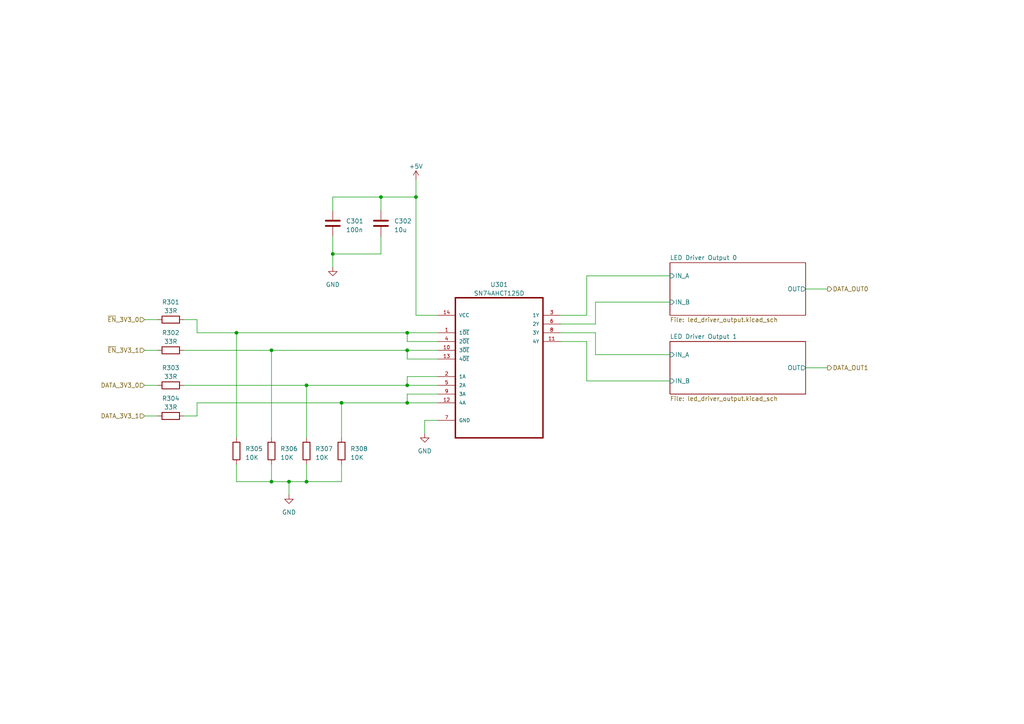
<source format=kicad_sch>
(kicad_sch (version 20230121) (generator eeschema)
  (paper "A4")
  (title_block (title "WS2812 Simple Controller") (date "2023-03-09") (company "Stefan Misik") (comment 1 "LED Data Driver"))
  (lib_symbols
    (symbol "Device:C" (pin_numbers hide) (pin_names (offset 0.254))
      (property "Reference" "C" (at 0.635 2.54 0))
      (property "Value" "C" (at 0.635 -2.54 0))
      (symbol "C_0_1"
        (polyline (pts (xy -2.032 -0.762) (xy 2.032 -0.762)) (stroke (width 0.508)))
        (polyline (pts (xy -2.032 0.762) (xy 2.032 0.762)) (stroke (width 0.508)))
      )
      (symbol "C_1_1"
        (pin passive line (at 0 3.81 270) (length 2.794) (name "~") (number "1"))
        (pin passive line (at 0 -3.81 90) (length 2.794) (name "~") (number "2"))
      )
    )
    (symbol "Device:R" (pin_numbers hide) (pin_names (offset 0))
      (property "Reference" "R" (at 2.032 0 90))
      (property "Value" "R" (at 0 0 90))
      (symbol "R_0_1"
        (rectangle (start -1.016 -2.54) (end 1.016 2.54) (stroke (width 0.254)))
      )
      (symbol "R_1_1"
        (pin passive line (at 0 3.81 270) (length 1.27) (name "~") (number "1"))
        (pin passive line (at 0 -3.81 90) (length 1.27) (name "~") (number "2"))
      )
    )
    (symbol "power:+5V" (power) (pin_names (offset 0))
      (property "Value" "+5V" (at 0 3.556 0))
      (symbol "+5V_0_1"
        (polyline (pts (xy -0.762 1.27) (xy 0 2.54)))
        (polyline (pts (xy 0 0) (xy 0 2.54)))
        (polyline (pts (xy 0 2.54) (xy 0.762 1.27)))
      )
      (symbol "+5V_1_1"
        (pin power_in line (at 0 0 90) (length 0) hide (name "+5V") (number "1"))
      )
    )
    (symbol "power:GND" (power) (pin_names (offset 0))
      (property "Value" "GND" (at 0 -3.81 0))
      (symbol "GND_0_1"
        (polyline (pts (xy 0 0) (xy 0 -1.27) (xy 1.27 -1.27) (xy 0 -2.54) (xy -1.27 -1.27) (xy 0 -1.27)))
      )
      (symbol "GND_1_1"
        (pin power_in line (at 0 0 270) (length 0) hide (name "GND") (number "1"))
      )
    )
    (symbol "sn74ahct125d:SN74AHCT125D" (pin_names (offset 1.016))
      (property "Reference" "U" (at -5.3594 21.844 0))
      (property "Value" "SN74AHCT125D" (at -3.937 -28.7782 0))
      (symbol "SN74AHCT125D_0_0"
        (polyline (pts (xy -12.7 -22.86) (xy 12.7 -22.86)) (stroke (width 0.4064)))
        (polyline (pts (xy -12.7 17.78) (xy -12.7 -22.86)) (stroke (width 0.4064)))
        (polyline (pts (xy 12.7 -22.86) (xy 12.7 17.78)) (stroke (width 0.4064)))
        (polyline (pts (xy 12.7 17.78) (xy -12.7 17.78)) (stroke (width 0.4064)))
        (pin input line (at -17.78 7.62 0) (length 5.08) (name "1~{OE}") (number "1"))
        (pin input line (at -17.78 2.54 0) (length 5.08) (name "3~{OE}") (number "10"))
        (pin output line (at 17.78 5.08 180) (length 5.08) (name "4Y") (number "11"))
        (pin input line (at -17.78 -12.7 0) (length 5.08) (name "4A") (number "12"))
        (pin input line (at -17.78 0 0) (length 5.08) (name "4~{OE}") (number "13"))
        (pin power_in line (at -17.78 12.7 0) (length 5.08) (name "VCC") (number "14"))
        (pin input line (at -17.78 -5.08 0) (length 5.08) (name "1A") (number "2"))
        (pin output line (at 17.78 12.7 180) (length 5.08) (name "1Y") (number "3"))
        (pin input line (at -17.78 5.08 0) (length 5.08) (name "2~{OE}") (number "4"))
        (pin input line (at -17.78 -7.62 0) (length 5.08) (name "2A") (number "5"))
        (pin output line (at 17.78 10.16 180) (length 5.08) (name "2Y") (number "6"))
        (pin passive line (at -17.78 -17.78 0) (length 5.08) (name "GND") (number "7"))
        (pin output line (at 17.78 7.62 180) (length 5.08) (name "3Y") (number "8"))
        (pin input line (at -17.78 -10.16 0) (length 5.08) (name "3A") (number "9"))
      )
    )
  )
  (junction (at 88.9 139.7))
  (junction (at 118.11 96.52))
  (junction (at 118.11 116.84))
  (junction (at 83.82 139.7))
  (junction (at 118.11 101.6))
  (junction (at 118.11 111.76))
  (junction (at 96.52 73.66))
  (junction (at 88.9 111.76))
  (junction (at 78.74 139.7))
  (junction (at 78.74 101.6))
  (junction (at 120.65 57.15))
  (junction (at 99.06 116.84))
  (junction (at 110.49 57.15))
  (junction (at 68.58 96.52))
  (wire (pts (xy 118.11 96.52) (xy 127 96.52)))
  (wire (pts (xy 99.06 116.84) (xy 57.15 116.84)))
  (wire (pts (xy 53.34 101.6) (xy 78.74 101.6)))
  (wire (pts (xy 96.52 73.66) (xy 96.52 77.47)))
  (wire (pts (xy 88.9 111.76) (xy 88.9 127)))
  (wire (pts (xy 78.74 101.6) (xy 118.11 101.6)))
  (wire (pts (xy 127 116.84) (xy 118.11 116.84)))
  (wire (pts (xy 41.91 101.6) (xy 45.72 101.6)))
  (wire (pts (xy 162.56 91.44) (xy 170.18 91.44)))
  (wire (pts (xy 120.65 91.44) (xy 120.65 57.15)))
  (wire (pts (xy 78.74 139.7) (xy 68.58 139.7)))
  (wire (pts (xy 233.68 83.82) (xy 240.03 83.82)))
  (wire (pts (xy 110.49 57.15) (xy 110.49 60.96)))
  (wire (pts (xy 127 104.14) (xy 118.11 104.14)))
  (wire (pts (xy 41.91 92.71) (xy 45.72 92.71)))
  (wire (pts (xy 53.34 111.76) (xy 88.9 111.76)))
  (wire (pts (xy 68.58 96.52) (xy 68.58 127)))
  (wire (pts (xy 78.74 134.62) (xy 78.74 139.7)))
  (wire (pts (xy 83.82 143.51) (xy 83.82 139.7)))
  (wire (pts (xy 120.65 52.07) (xy 120.65 57.15)))
  (wire (pts (xy 118.11 99.06) (xy 118.11 96.52)))
  (wire (pts (xy 96.52 68.58) (xy 96.52 73.66)))
  (wire (pts (xy 99.06 139.7) (xy 99.06 134.62)))
  (wire (pts (xy 57.15 116.84) (xy 57.15 120.65)))
  (wire (pts (xy 127 111.76) (xy 118.11 111.76)))
  (wire (pts (xy 162.56 93.98) (xy 172.72 93.98)))
  (wire (pts (xy 118.11 104.14) (xy 118.11 101.6)))
  (wire (pts (xy 57.15 96.52) (xy 57.15 92.71)))
  (wire (pts (xy 118.11 114.3) (xy 127 114.3)))
  (wire (pts (xy 170.18 110.49) (xy 194.31 110.49)))
  (wire (pts (xy 118.11 116.84) (xy 99.06 116.84)))
  (wire (pts (xy 123.19 121.92) (xy 127 121.92)))
  (wire (pts (xy 172.72 96.52) (xy 172.72 102.87)))
  (wire (pts (xy 162.56 99.06) (xy 170.18 99.06)))
  (wire (pts (xy 41.91 111.76) (xy 45.72 111.76)))
  (wire (pts (xy 172.72 93.98) (xy 172.72 87.63)))
  (wire (pts (xy 118.11 101.6) (xy 127 101.6)))
  (wire (pts (xy 162.56 96.52) (xy 172.72 96.52)))
  (wire (pts (xy 99.06 116.84) (xy 99.06 127)))
  (wire (pts (xy 110.49 57.15) (xy 96.52 57.15)))
  (wire (pts (xy 118.11 96.52) (xy 68.58 96.52)))
  (wire (pts (xy 127 99.06) (xy 118.11 99.06)))
  (wire (pts (xy 120.65 57.15) (xy 110.49 57.15)))
  (wire (pts (xy 96.52 73.66) (xy 110.49 73.66)))
  (wire (pts (xy 68.58 139.7) (xy 68.58 134.62)))
  (wire (pts (xy 57.15 92.71) (xy 53.34 92.71)))
  (wire (pts (xy 88.9 139.7) (xy 99.06 139.7)))
  (wire (pts (xy 78.74 101.6) (xy 78.74 127)))
  (wire (pts (xy 170.18 91.44) (xy 170.18 80.01)))
  (wire (pts (xy 170.18 99.06) (xy 170.18 110.49)))
  (wire (pts (xy 110.49 73.66) (xy 110.49 68.58)))
  (wire (pts (xy 83.82 139.7) (xy 88.9 139.7)))
  (wire (pts (xy 233.68 106.68) (xy 240.03 106.68)))
  (wire (pts (xy 88.9 111.76) (xy 118.11 111.76)))
  (wire (pts (xy 83.82 139.7) (xy 78.74 139.7)))
  (wire (pts (xy 172.72 102.87) (xy 194.31 102.87)))
  (wire (pts (xy 57.15 120.65) (xy 53.34 120.65)))
  (wire (pts (xy 96.52 57.15) (xy 96.52 60.96)))
  (wire (pts (xy 172.72 87.63) (xy 194.31 87.63)))
  (wire (pts (xy 118.11 109.22) (xy 127 109.22)))
  (wire (pts (xy 170.18 80.01) (xy 194.31 80.01)))
  (wire (pts (xy 127 91.44) (xy 120.65 91.44)))
  (wire (pts (xy 68.58 96.52) (xy 57.15 96.52)))
  (wire (pts (xy 118.11 111.76) (xy 118.11 109.22)))
  (wire (pts (xy 123.19 125.73) (xy 123.19 121.92)))
  (wire (pts (xy 41.91 120.65) (xy 45.72 120.65)))
  (wire (pts (xy 88.9 134.62) (xy 88.9 139.7)))
  (wire (pts (xy 118.11 116.84) (xy 118.11 114.3)))
  (hierarchical_label "~{EN}_3V3_0" (shape input) (at 41.91 92.71 180))
  (hierarchical_label "DATA_3V3_0" (shape input) (at 41.91 111.76 180))
  (hierarchical_label "DATA_OUT0" (shape output) (at 240.03 83.82 0))
  (hierarchical_label "DATA_OUT1" (shape output) (at 240.03 106.68 0))
  (hierarchical_label "DATA_3V3_1" (shape input) (at 41.91 120.65 180))
  (hierarchical_label "~{EN}_3V3_1" (shape input) (at 41.91 101.6 180))
  (symbol (lib_id "Device:C") (at 110.49 64.77 0) (unit 1)
    (property "Reference" "C302" (at 114.3 64.135 0) (effects (justify left)))
    (property "Value" "10u" (at 114.3 66.675 0) (effects (justify left)))
    (property "Footprint" "Capacitor_SMD:C_1206_3216Metric_Pad1.33x1.80mm_HandSolder" (effects hide))
  )
  (symbol (lib_id "Device:R") (at 68.58 130.81 0) (unit 1)
    (property "Reference" "R305" (at 71.12 130.175 0) (effects (justify left)))
    (property "Value" "10K" (at 71.12 132.715 0) (effects (justify left)))
    (property "Footprint" "Resistor_SMD:R_0805_2012Metric_Pad1.20x1.40mm_HandSolder" (effects hide))
  )
  (symbol (lib_id "Device:R") (at 49.53 101.6 90) (unit 1)
    (property "Reference" "R302" (at 49.53 96.52 90))
    (property "Value" "33R" (at 49.53 99.06 90))
    (property "Footprint" "Resistor_SMD:R_0805_2012Metric_Pad1.20x1.40mm_HandSolder" (effects hide))
  )
  (symbol (lib_id "Device:R") (at 49.53 92.71 90) (unit 1)
    (property "Reference" "R301" (at 49.53 87.63 90))
    (property "Value" "33R" (at 49.53 90.17 90))
    (property "Footprint" "Resistor_SMD:R_0805_2012Metric_Pad1.20x1.40mm_HandSolder" (effects hide))
  )
  (symbol (lib_id "Device:R") (at 99.06 130.81 0) (unit 1)
    (property "Reference" "R308" (at 101.6 130.175 0) (effects (justify left)))
    (property "Value" "10K" (at 101.6 132.715 0) (effects (justify left)))
    (property "Footprint" "Resistor_SMD:R_0805_2012Metric_Pad1.20x1.40mm_HandSolder" (effects hide))
  )
  (symbol (lib_id "Device:C") (at 96.52 64.77 0) (unit 1)
    (property "Reference" "C301" (at 100.33 64.135 0) (effects (justify left)))
    (property "Value" "100n" (at 100.33 66.675 0) (effects (justify left)))
    (property "Footprint" "Capacitor_SMD:C_0805_2012Metric_Pad1.18x1.45mm_HandSolder" (effects hide))
  )
  (symbol (lib_id "sn74ahct125d:SN74AHCT125D") (at 144.78 104.14 0) (unit 1)
    (property "Reference" "U301" (at 144.78 82.55 0))
    (property "Value" "SN74AHCT125D" (at 144.78 85.09 0))
    (property "Footprint" "Package_SO:SOIC-14_3.9x8.7mm_P1.27mm" (effects hide))
    (property "Datasheet" "SOIC-14 Texas Instruments" (effects hide))
    (property "Field4" "Buffer-line Driver 4 Channel Non-Inverting 3 State CMOS 14-Pin SOIC Tube" (effects hide))
    (property "Field5" "None" (effects hide))
    (property "Field6" "Unavailable" (effects hide))
    (property "Field7" "Texas Instruments" (effects hide))
    (property "Field8" "SN74AHCT125D" (effects hide))
  )
  (symbol (lib_id "power:GND") (at 83.82 143.51 0) (unit 1)
    (property "Reference" "#PWR0304" (effects hide))
    (property "Value" "GND" (at 83.82 148.59 0))
  )
  (symbol (lib_id "power:GND") (at 123.19 125.73 0) (unit 1)
    (property "Reference" "#PWR0303" (effects hide))
    (property "Value" "GND" (at 123.19 130.81 0))
  )
  (symbol (lib_id "Device:R") (at 88.9 130.81 0) (unit 1)
    (property "Reference" "R307" (at 91.44 130.175 0) (effects (justify left)))
    (property "Value" "10K" (at 91.44 132.715 0) (effects (justify left)))
    (property "Footprint" "Resistor_SMD:R_0805_2012Metric_Pad1.20x1.40mm_HandSolder" (effects hide))
  )
  (symbol (lib_id "Device:R") (at 49.53 120.65 90) (unit 1)
    (property "Reference" "R304" (at 49.53 115.57 90))
    (property "Value" "33R" (at 49.53 118.11 90))
    (property "Footprint" "Resistor_SMD:R_0805_2012Metric_Pad1.20x1.40mm_HandSolder" (effects hide))
  )
  (symbol (lib_id "Device:R") (at 49.53 111.76 90) (unit 1)
    (property "Reference" "R303" (at 49.53 106.68 90))
    (property "Value" "33R" (at 49.53 109.22 90))
    (property "Footprint" "Resistor_SMD:R_0805_2012Metric_Pad1.20x1.40mm_HandSolder" (effects hide))
  )
  (symbol (lib_id "power:GND") (at 96.52 77.47 0) (unit 1)
    (property "Reference" "#PWR0302" (effects hide))
    (property "Value" "GND" (at 96.52 82.55 0))
  )
  (symbol (lib_id "Device:R") (at 78.74 130.81 0) (unit 1)
    (property "Reference" "R306" (at 81.28 130.175 0) (effects (justify left)))
    (property "Value" "10K" (at 81.28 132.715 0) (effects (justify left)))
    (property "Footprint" "Resistor_SMD:R_0805_2012Metric_Pad1.20x1.40mm_HandSolder" (effects hide))
  )
  (symbol (lib_id "power:+5V") (at 120.65 52.07 0) (unit 1)
    (property "Reference" "#PWR0301" (effects hide))
    (property "Value" "+5V" (at 120.65 48.26 0))
  )
  (sheet (at 194.31 99.06) (size 39.37 15.24) (stroke (width 0.1524))
    (property "Sheetname" "LED Driver Output 1" (at 194.31 98.3484 0) (effects (justify left bottom)))
    (property "Sheetfile" "led_driver_output.kicad_sch" (at 194.31 114.8846 0) (effects (justify left top)))
    (pin "IN_B" input (at 194.31 110.49 180))
    (pin "IN_A" input (at 194.31 102.87 180))
    (pin "OUT" output (at 233.68 106.68 0))
  )
  (sheet (at 194.31 76.2) (size 39.37 15.24) (stroke (width 0.1524))
    (property "Sheetname" "LED Driver Output 0" (at 194.31 75.4884 0) (effects (justify left bottom)))
    (property "Sheetfile" "led_driver_output.kicad_sch" (at 194.31 92.0246 0) (effects (justify left top)))
    (pin "IN_B" input (at 194.31 87.63 180))
    (pin "IN_A" input (at 194.31 80.01 180))
    (pin "OUT" output (at 233.68 83.82 0))
  )
)
</source>
